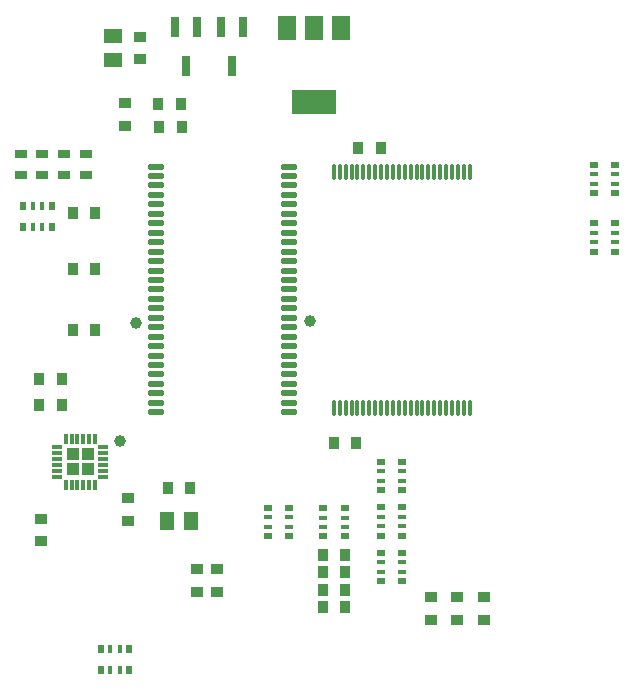
<source format=gbp>
G04 #@! TF.FileFunction,Paste,Bot*
%FSLAX46Y46*%
G04 Gerber Fmt 4.6, Leading zero omitted, Abs format (unit mm)*
G04 Created by KiCad (PCBNEW 4.0.7-e2-6376~58~ubuntu16.04.1) date Fri Jan 26 09:39:30 2018*
%MOMM*%
%LPD*%
G01*
G04 APERTURE LIST*
%ADD10C,0.100000*%
%ADD11R,0.500000X0.800000*%
%ADD12R,0.400000X0.800000*%
%ADD13R,1.000000X0.670000*%
%ADD14O,0.300000X1.400000*%
%ADD15O,1.450000X0.500000*%
%ADD16R,0.845000X1.000000*%
%ADD17R,1.000000X0.845000*%
%ADD18R,1.500000X1.145000*%
%ADD19C,1.000000*%
%ADD20R,1.145000X1.500000*%
%ADD21R,0.800000X0.500000*%
%ADD22R,0.800000X0.400000*%
%ADD23R,0.800000X1.800000*%
%ADD24R,0.850000X0.300000*%
%ADD25R,0.300000X0.850000*%
%ADD26R,1.050000X1.050000*%
%ADD27R,3.800000X2.000000*%
%ADD28R,1.500000X2.000000*%
G04 APERTURE END LIST*
D10*
D11*
X47600000Y-88000000D03*
D12*
X49200000Y-88000000D03*
X48400000Y-88000000D03*
D11*
X50000000Y-88000000D03*
D12*
X48400000Y-89800000D03*
D11*
X47600000Y-89800000D03*
D12*
X49200000Y-89800000D03*
D11*
X50000000Y-89800000D03*
D13*
X52900000Y-83625000D03*
X52900000Y-85375000D03*
D14*
X85386800Y-105115400D03*
X84886800Y-105115400D03*
X84386800Y-105115400D03*
X83886800Y-105115400D03*
X83386800Y-105115400D03*
X82886800Y-105115400D03*
X82386800Y-105115400D03*
X81886800Y-105115400D03*
X81386800Y-105115400D03*
X80886800Y-105115400D03*
X80386800Y-105115400D03*
X79886800Y-105115400D03*
X79386800Y-105115400D03*
X78886800Y-105115400D03*
X78386800Y-105115400D03*
X77886800Y-105115400D03*
X77386800Y-105115400D03*
X76886800Y-105115400D03*
X76386800Y-105115400D03*
X75886800Y-105115400D03*
X75386800Y-105115400D03*
X74886800Y-105115400D03*
X74386800Y-105115400D03*
X73886800Y-105115400D03*
X73886800Y-85115400D03*
X74386800Y-85115400D03*
X74886800Y-85115400D03*
X75386800Y-85115400D03*
X75886800Y-85115400D03*
X76386800Y-85115400D03*
X76886800Y-85115400D03*
X77386800Y-85115400D03*
X77886800Y-85115400D03*
X78386800Y-85115400D03*
X78886800Y-85115400D03*
X79386800Y-85115400D03*
X79886800Y-85115400D03*
X80386800Y-85115400D03*
X80886800Y-85115400D03*
X81386800Y-85115400D03*
X81886800Y-85115400D03*
X82386800Y-85115400D03*
X82886800Y-85115400D03*
X83386800Y-85115400D03*
X83886800Y-85115400D03*
X84386800Y-85115400D03*
X84886800Y-85115400D03*
X85386800Y-85115400D03*
D15*
X70129400Y-84683600D03*
X70129400Y-85483600D03*
X70129400Y-86283600D03*
X70129400Y-87083600D03*
X70129400Y-87883600D03*
X70129400Y-88683600D03*
X70129400Y-89483600D03*
X70129400Y-90283600D03*
X70129400Y-91083600D03*
X70129400Y-91883600D03*
X70129400Y-92683600D03*
X70129400Y-93483600D03*
X70129400Y-94283600D03*
X70129400Y-95083600D03*
X70129400Y-95883600D03*
X70129400Y-96683600D03*
X70129400Y-97483600D03*
X70129400Y-98283600D03*
X70129400Y-99083600D03*
X70129400Y-99883600D03*
X70129400Y-100683600D03*
X70129400Y-101483600D03*
X70129400Y-102283600D03*
X70129400Y-103083600D03*
X70129400Y-103883600D03*
X70129400Y-104683600D03*
X70129400Y-105483600D03*
X58829400Y-105483600D03*
X58829400Y-104683600D03*
X58829400Y-103883600D03*
X58829400Y-103083600D03*
X58829400Y-102283600D03*
X58829400Y-101483600D03*
X58829400Y-100683600D03*
X58829400Y-99883600D03*
X58829400Y-99083600D03*
X58829400Y-98283600D03*
X58829400Y-97483600D03*
X58829400Y-96683600D03*
X58829400Y-95883600D03*
X58829400Y-95083600D03*
X58829400Y-94283600D03*
X58829400Y-93483600D03*
X58829400Y-92683600D03*
X58829400Y-91883600D03*
X58829400Y-91083600D03*
X58829400Y-90283600D03*
X58829400Y-89483600D03*
X58829400Y-88683600D03*
X58829400Y-87883600D03*
X58829400Y-87083600D03*
X58829400Y-86283600D03*
X58829400Y-85483600D03*
X58829400Y-84683600D03*
D16*
X53692900Y-93370400D03*
X51767900Y-93370400D03*
X75937500Y-83100000D03*
X77862500Y-83100000D03*
X53692900Y-88595200D03*
X51767900Y-88595200D03*
X53692900Y-98501200D03*
X51767900Y-98501200D03*
D17*
X82118200Y-123085700D03*
X82118200Y-121160700D03*
X84353400Y-123085700D03*
X84353400Y-121160700D03*
X86639400Y-123085700D03*
X86639400Y-121160700D03*
D16*
X74862500Y-122000000D03*
X72937500Y-122000000D03*
X74862500Y-119000000D03*
X72937500Y-119000000D03*
X48923100Y-102666800D03*
X50848100Y-102666800D03*
X48923100Y-104851200D03*
X50848100Y-104851200D03*
X59819700Y-111937800D03*
X61744700Y-111937800D03*
D17*
X56438800Y-112753300D03*
X56438800Y-114678300D03*
X57500000Y-75600000D03*
X57500000Y-73675000D03*
D18*
X55200000Y-75700000D03*
X55200000Y-73615000D03*
D13*
X51000000Y-83625000D03*
X51000000Y-85375000D03*
X49200000Y-83625000D03*
X49200000Y-85375000D03*
X47400000Y-83625000D03*
X47400000Y-85375000D03*
D19*
X57100000Y-97900000D03*
X71900000Y-97800000D03*
X55800000Y-107900000D03*
D20*
X59739700Y-114706400D03*
X61824700Y-114706400D03*
D16*
X75790900Y-108102400D03*
X73865900Y-108102400D03*
X72937500Y-120500000D03*
X74862500Y-120500000D03*
X72937500Y-117600000D03*
X74862500Y-117600000D03*
D17*
X56235600Y-81251900D03*
X56235600Y-79326900D03*
D16*
X59083100Y-81330800D03*
X61008100Y-81330800D03*
X59006900Y-79425800D03*
X60931900Y-79425800D03*
D17*
X64000000Y-118737500D03*
X64000000Y-120662500D03*
X62300000Y-118737500D03*
X62300000Y-120662500D03*
X49098200Y-116405500D03*
X49098200Y-114480500D03*
D21*
X79665400Y-117367200D03*
D22*
X79665400Y-118967200D03*
X79665400Y-118167200D03*
D21*
X79665400Y-119767200D03*
D22*
X77865400Y-118167200D03*
D21*
X77865400Y-117367200D03*
D22*
X77865400Y-118967200D03*
D21*
X77865400Y-119767200D03*
X77865400Y-112071000D03*
D22*
X77865400Y-110471000D03*
X77865400Y-111271000D03*
D21*
X77865400Y-109671000D03*
D22*
X79665400Y-111271000D03*
D21*
X79665400Y-112071000D03*
D22*
X79665400Y-110471000D03*
D21*
X79665400Y-109671000D03*
X79665400Y-113531800D03*
D22*
X79665400Y-115131800D03*
X79665400Y-114331800D03*
D21*
X79665400Y-115931800D03*
D22*
X77865400Y-114331800D03*
D21*
X77865400Y-113531800D03*
D22*
X77865400Y-115131800D03*
D21*
X77865400Y-115931800D03*
X73000000Y-116000000D03*
D22*
X73000000Y-114400000D03*
X73000000Y-115200000D03*
D21*
X73000000Y-113600000D03*
D22*
X74800000Y-115200000D03*
D21*
X74800000Y-116000000D03*
D22*
X74800000Y-114400000D03*
D21*
X74800000Y-113600000D03*
X70104000Y-113563400D03*
D22*
X70104000Y-115163400D03*
X70104000Y-114363400D03*
D21*
X70104000Y-115963400D03*
D22*
X68304000Y-114363400D03*
D21*
X68304000Y-113563400D03*
D22*
X68304000Y-115163400D03*
D21*
X68304000Y-115963400D03*
D11*
X54172000Y-125490400D03*
D12*
X55772000Y-125490400D03*
X54972000Y-125490400D03*
D11*
X56572000Y-125490400D03*
D12*
X54972000Y-127290400D03*
D11*
X54172000Y-127290400D03*
D12*
X55772000Y-127290400D03*
D11*
X56572000Y-127290400D03*
D21*
X95874000Y-86950400D03*
D22*
X95874000Y-85350400D03*
X95874000Y-86150400D03*
D21*
X95874000Y-84550400D03*
D22*
X97674000Y-86150400D03*
D21*
X97674000Y-86950400D03*
D22*
X97674000Y-85350400D03*
D21*
X97674000Y-84550400D03*
X97674000Y-89478000D03*
D22*
X97674000Y-91078000D03*
X97674000Y-90278000D03*
D21*
X97674000Y-91878000D03*
D22*
X95874000Y-90278000D03*
D21*
X95874000Y-89478000D03*
D22*
X95874000Y-91078000D03*
D21*
X95874000Y-91878000D03*
D23*
X64300000Y-72900000D03*
X66200000Y-72900000D03*
X65250000Y-76200000D03*
X60400000Y-72900000D03*
X62300000Y-72900000D03*
X61350000Y-76200000D03*
D24*
X50475600Y-110927200D03*
X50475600Y-110427200D03*
X50475600Y-109927200D03*
X50475600Y-109427200D03*
X50475600Y-108927200D03*
X50475600Y-108427200D03*
D25*
X51175600Y-107727200D03*
X51675600Y-107727200D03*
X52175600Y-107727200D03*
X52675600Y-107727200D03*
X53175600Y-107727200D03*
X53675600Y-107727200D03*
D24*
X54375600Y-108427200D03*
X54375600Y-108927200D03*
X54375600Y-109427200D03*
X54375600Y-109927200D03*
X54375600Y-110427200D03*
X54375600Y-110927200D03*
D25*
X53675600Y-111627200D03*
X53175600Y-111627200D03*
X52675600Y-111627200D03*
X52175600Y-111627200D03*
X51675600Y-111627200D03*
X51175600Y-111627200D03*
D26*
X53075600Y-109027200D03*
X51775600Y-109027200D03*
X51775600Y-110327200D03*
X53075600Y-110327200D03*
D27*
X72200000Y-79250000D03*
D28*
X72200000Y-72950000D03*
X74500000Y-72950000D03*
X69900000Y-72950000D03*
M02*

</source>
